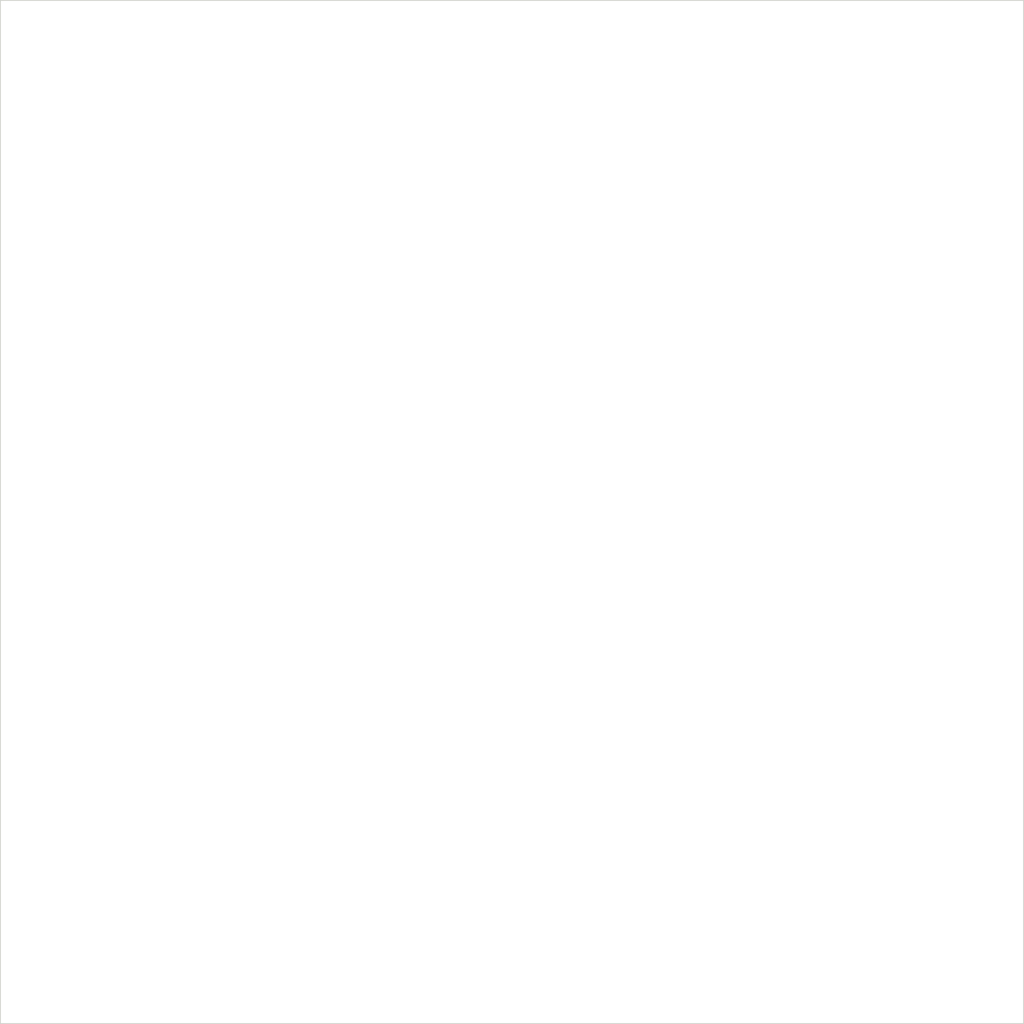
<source format=kicad_pcb>
(kicad_pcb (version 3) (host pcb-rnd "(2.2.0-rc2 non-svn)")
  (general
  )

  (page A2)

  (layers
    (0 F.Cu signal)
    (15 B.Cu signal)
    (18 B.Paste user)
    (19 F.Paste user)
    (20 B.SilkS user)
    (21 F.SilkS user)
    (22 B.Mask user)
    (23 F.Mask user)
    (28 Edge.Cuts user)
  )

  (setup
    (via_drill 0.635)
  )

  (net 0 "")

  (zone (net 0) (net_name "") (layer B.Cu) (tstamp 478E3FC8) (hatch edge 0.508)
    (connect_pads no (clearance 0.508))
    (min_thickness 0.4826)
    (fill (arc_segments 32) (thermal_gap 0.508) (thermal_bridge_width 0.508))
    (polygon
      (pts
        (xy 72.654 218.954) (xy 222.654 218.954) (xy 222.654 68.954) (xy 72.654 68.954)
      )
    )
  )
  (gr_line (start 0.000 0.000) (end 300.000 0.000) (layer Edge.Cuts) (width 0.254))
  (gr_line (start 300.000 0.000) (end 300.000 300.000) (layer Edge.Cuts) (width 0.254))
  (gr_line (start 300.000 300.000) (end 0.000 300.000) (layer Edge.Cuts) (width 0.254))
  (gr_line (start 0.000 300.000) (end 0.000 0.000) (layer Edge.Cuts) (width 0.254))
)

</source>
